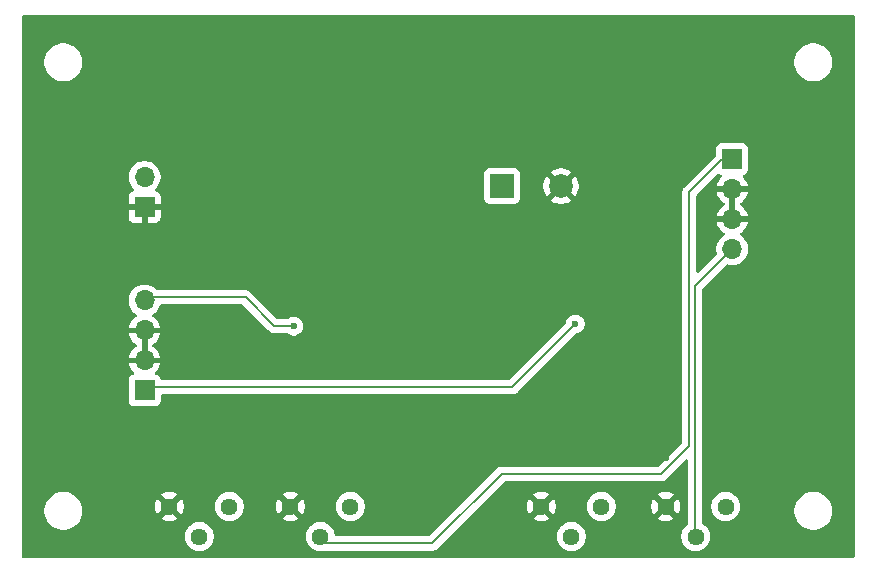
<source format=gbr>
%TF.GenerationSoftware,KiCad,Pcbnew,9.0.0*%
%TF.CreationDate,2025-03-02T16:31:14-06:00*%
%TF.ProjectId,peak-read-amp,7065616b-2d72-4656-9164-2d616d702e6b,rev?*%
%TF.SameCoordinates,Original*%
%TF.FileFunction,Copper,L2,Bot*%
%TF.FilePolarity,Positive*%
%FSLAX46Y46*%
G04 Gerber Fmt 4.6, Leading zero omitted, Abs format (unit mm)*
G04 Created by KiCad (PCBNEW 9.0.0) date 2025-03-02 16:31:14*
%MOMM*%
%LPD*%
G01*
G04 APERTURE LIST*
%TA.AperFunction,ComponentPad*%
%ADD10R,2.000000X2.000000*%
%TD*%
%TA.AperFunction,ComponentPad*%
%ADD11C,2.000000*%
%TD*%
%TA.AperFunction,ComponentPad*%
%ADD12C,1.440000*%
%TD*%
%TA.AperFunction,ComponentPad*%
%ADD13R,1.700000X1.700000*%
%TD*%
%TA.AperFunction,ComponentPad*%
%ADD14O,1.700000X1.700000*%
%TD*%
%TA.AperFunction,ViaPad*%
%ADD15C,0.600000*%
%TD*%
%TA.AperFunction,Conductor*%
%ADD16C,0.200000*%
%TD*%
G04 APERTURE END LIST*
D10*
%TO.P,C2,1*%
%TO.N,+8V*%
X116132323Y-112000000D03*
D11*
%TO.P,C2,2*%
%TO.N,GND*%
X121132323Y-112000000D03*
%TD*%
D12*
%TO.P,RV1,1,1*%
%TO.N,Net-(R4-Pad2)*%
X124550000Y-139125000D03*
%TO.P,RV1,2,2*%
X122010000Y-141665000D03*
%TO.P,RV1,3,3*%
%TO.N,GND*%
X119470000Y-139125000D03*
%TD*%
%TO.P,RV2,1,1*%
%TO.N,Net-(R6-Pad1)*%
X135080000Y-139125000D03*
%TO.P,RV2,2,2*%
%TO.N,Net-(J3-Pin_4)*%
X132540000Y-141665000D03*
%TO.P,RV2,3,3*%
%TO.N,GND*%
X130000000Y-139125000D03*
%TD*%
%TO.P,RV3,1,1*%
%TO.N,Net-(R9-Pad2)*%
X93050000Y-139125000D03*
%TO.P,RV3,2,2*%
X90510000Y-141665000D03*
%TO.P,RV3,3,3*%
%TO.N,GND*%
X87970000Y-139125000D03*
%TD*%
%TO.P,RV4,1,1*%
%TO.N,Net-(R12-Pad1)*%
X103300000Y-139125000D03*
%TO.P,RV4,2,2*%
%TO.N,Net-(J3-Pin_1)*%
X100760000Y-141665000D03*
%TO.P,RV4,3,3*%
%TO.N,GND*%
X98220000Y-139125000D03*
%TD*%
D13*
%TO.P,J1,1,Pin_1*%
%TO.N,GND*%
X85875000Y-113775000D03*
D14*
%TO.P,J1,2,Pin_2*%
%TO.N,Net-(D7-A)*%
X85875000Y-111235000D03*
%TD*%
D13*
%TO.P,J3,1,Pin_1*%
%TO.N,Net-(J3-Pin_1)*%
X135625000Y-109700000D03*
D14*
%TO.P,J3,2,Pin_2*%
%TO.N,GND*%
X135625000Y-112240000D03*
%TO.P,J3,3,Pin_3*%
X135625000Y-114780000D03*
%TO.P,J3,4,Pin_4*%
%TO.N,Net-(J3-Pin_4)*%
X135625000Y-117320000D03*
%TD*%
D13*
%TO.P,J2,1,Pin_1*%
%TO.N,Net-(J2-Pin_1)*%
X85875000Y-129300000D03*
D14*
%TO.P,J2,2,Pin_2*%
%TO.N,GND*%
X85875000Y-126760000D03*
%TO.P,J2,3,Pin_3*%
X85875000Y-124220000D03*
%TO.P,J2,4,Pin_4*%
%TO.N,Net-(J2-Pin_4)*%
X85875000Y-121680000D03*
%TD*%
D15*
%TO.N,Net-(J2-Pin_1)*%
X122340000Y-123670000D03*
%TO.N,GND*%
X116250000Y-117500000D03*
X107250000Y-117500000D03*
X79000000Y-134500000D03*
X97250000Y-117250000D03*
X142500000Y-134000000D03*
X97700000Y-110397500D03*
X122260000Y-122250000D03*
X120000000Y-103500000D03*
X122250000Y-117500000D03*
X103250000Y-131750000D03*
X107000000Y-135000000D03*
X129750000Y-119250000D03*
X98500000Y-122500000D03*
X130000000Y-131000000D03*
X79000000Y-118000000D03*
X137000000Y-103000000D03*
X130000000Y-135000000D03*
X115000000Y-131000000D03*
X85000000Y-103000000D03*
X101750000Y-103500000D03*
X142500000Y-123380000D03*
%TO.N,Net-(J2-Pin_4)*%
X98500000Y-123850000D03*
%TD*%
D16*
%TO.N,Net-(J2-Pin_1)*%
X117000000Y-129040000D02*
X86250000Y-129040000D01*
X117000000Y-129010000D02*
X117000000Y-129040000D01*
X122340000Y-123670000D02*
X117000000Y-129010000D01*
%TO.N,Net-(J2-Pin_4)*%
X98500000Y-123850000D02*
X96850000Y-123850000D01*
X94420000Y-121420000D02*
X86250000Y-121420000D01*
X96850000Y-123850000D02*
X94420000Y-121420000D01*
%TO.N,Net-(J3-Pin_4)*%
X135625000Y-117320000D02*
X132500000Y-120445000D01*
X132500000Y-120445000D02*
X132500000Y-141625000D01*
X132500000Y-141625000D02*
X132540000Y-141665000D01*
%TO.N,Net-(J3-Pin_1)*%
X129620000Y-136380000D02*
X132000000Y-134000000D01*
X116120000Y-136380000D02*
X129620000Y-136380000D01*
X110250000Y-142250000D02*
X116120000Y-136380000D01*
X132000000Y-112500000D02*
X134800000Y-109700000D01*
X132000000Y-134000000D02*
X132000000Y-112500000D01*
X134800000Y-109700000D02*
X135625000Y-109700000D01*
X101345000Y-142250000D02*
X110250000Y-142250000D01*
X100760000Y-141665000D02*
X101345000Y-142250000D01*
%TD*%
%TA.AperFunction,Conductor*%
%TO.N,GND*%
G36*
X134486351Y-110965396D02*
G01*
X134492516Y-110967886D01*
X134505760Y-110973652D01*
X134532669Y-110993796D01*
X134667517Y-111044091D01*
X134667555Y-111044095D01*
X134670764Y-111045492D01*
X134695121Y-111065851D01*
X134720531Y-111084873D01*
X134721732Y-111088095D01*
X134724373Y-111090302D01*
X134733855Y-111120596D01*
X134744949Y-111150337D01*
X134744217Y-111153699D01*
X134745245Y-111156981D01*
X134736846Y-111187585D01*
X134730098Y-111218610D01*
X134727311Y-111222332D01*
X134726755Y-111224360D01*
X134723821Y-111226994D01*
X134708947Y-111246865D01*
X134595271Y-111360541D01*
X134470379Y-111532442D01*
X134373904Y-111721782D01*
X134308242Y-111923870D01*
X134308242Y-111923873D01*
X134297769Y-111990000D01*
X135191988Y-111990000D01*
X135159075Y-112047007D01*
X135125000Y-112174174D01*
X135125000Y-112305826D01*
X135159075Y-112432993D01*
X135191988Y-112490000D01*
X134297769Y-112490000D01*
X134308242Y-112556126D01*
X134308242Y-112556129D01*
X134373904Y-112758217D01*
X134470379Y-112947557D01*
X134595272Y-113119459D01*
X134595276Y-113119464D01*
X134745535Y-113269723D01*
X134745540Y-113269727D01*
X134917444Y-113394622D01*
X134927048Y-113399516D01*
X134977844Y-113447491D01*
X134994638Y-113515312D01*
X134972100Y-113581447D01*
X134927048Y-113620484D01*
X134917444Y-113625377D01*
X134745540Y-113750272D01*
X134745535Y-113750276D01*
X134595276Y-113900535D01*
X134595272Y-113900540D01*
X134470379Y-114072442D01*
X134373904Y-114261782D01*
X134308242Y-114463870D01*
X134308242Y-114463873D01*
X134297769Y-114530000D01*
X135191988Y-114530000D01*
X135159075Y-114587007D01*
X135125000Y-114714174D01*
X135125000Y-114845826D01*
X135159075Y-114972993D01*
X135191988Y-115030000D01*
X134297769Y-115030000D01*
X134308242Y-115096126D01*
X134308242Y-115096129D01*
X134373904Y-115298217D01*
X134470379Y-115487557D01*
X134595272Y-115659459D01*
X134595276Y-115659464D01*
X134745535Y-115809723D01*
X134745540Y-115809727D01*
X134917444Y-115934622D01*
X134926495Y-115939234D01*
X134977292Y-115987208D01*
X134994087Y-116055029D01*
X134971550Y-116121164D01*
X134926499Y-116160202D01*
X134917182Y-116164949D01*
X134745213Y-116289890D01*
X134594890Y-116440213D01*
X134469951Y-116612179D01*
X134373444Y-116801585D01*
X134307753Y-117003760D01*
X134274500Y-117213713D01*
X134274500Y-117426286D01*
X134307754Y-117636244D01*
X134307754Y-117636247D01*
X134321491Y-117678523D01*
X134323486Y-117748364D01*
X134291241Y-117804522D01*
X132812181Y-119283583D01*
X132750858Y-119317068D01*
X132681166Y-119312084D01*
X132625233Y-119270212D01*
X132600816Y-119204748D01*
X132600500Y-119195902D01*
X132600500Y-112800096D01*
X132620185Y-112733057D01*
X132636814Y-112712420D01*
X134355338Y-110993895D01*
X134416659Y-110960412D01*
X134486351Y-110965396D01*
G37*
%TD.AperFunction*%
%TA.AperFunction,Conductor*%
G36*
X135875000Y-114346988D02*
G01*
X135817993Y-114314075D01*
X135690826Y-114280000D01*
X135559174Y-114280000D01*
X135432007Y-114314075D01*
X135375000Y-114346988D01*
X135375000Y-112673012D01*
X135432007Y-112705925D01*
X135559174Y-112740000D01*
X135690826Y-112740000D01*
X135817993Y-112705925D01*
X135875000Y-112673012D01*
X135875000Y-114346988D01*
G37*
%TD.AperFunction*%
%TA.AperFunction,Conductor*%
G36*
X86125000Y-126326988D02*
G01*
X86067993Y-126294075D01*
X85940826Y-126260000D01*
X85809174Y-126260000D01*
X85682007Y-126294075D01*
X85625000Y-126326988D01*
X85625000Y-124653012D01*
X85682007Y-124685925D01*
X85809174Y-124720000D01*
X85940826Y-124720000D01*
X86067993Y-124685925D01*
X86125000Y-124653012D01*
X86125000Y-126326988D01*
G37*
%TD.AperFunction*%
%TA.AperFunction,Conductor*%
G36*
X145942539Y-97520185D02*
G01*
X145988294Y-97572989D01*
X145999500Y-97624500D01*
X145999500Y-143375500D01*
X145979815Y-143442539D01*
X145927011Y-143488294D01*
X145875500Y-143499500D01*
X75624500Y-143499500D01*
X75557461Y-143479815D01*
X75511706Y-143427011D01*
X75500500Y-143375500D01*
X75500500Y-141568945D01*
X89289500Y-141568945D01*
X89289500Y-141761054D01*
X89319553Y-141950802D01*
X89378916Y-142133506D01*
X89378918Y-142133509D01*
X89466135Y-142304681D01*
X89579055Y-142460102D01*
X89714898Y-142595945D01*
X89870319Y-142708865D01*
X90041491Y-142796082D01*
X90041493Y-142796083D01*
X90116359Y-142820408D01*
X90224199Y-142855447D01*
X90413945Y-142885500D01*
X90413946Y-142885500D01*
X90606054Y-142885500D01*
X90606055Y-142885500D01*
X90795801Y-142855447D01*
X90978509Y-142796082D01*
X91149681Y-142708865D01*
X91305102Y-142595945D01*
X91440945Y-142460102D01*
X91553865Y-142304681D01*
X91641082Y-142133509D01*
X91700447Y-141950801D01*
X91730500Y-141761055D01*
X91730500Y-141568945D01*
X99539500Y-141568945D01*
X99539500Y-141761054D01*
X99569553Y-141950802D01*
X99628916Y-142133506D01*
X99628918Y-142133509D01*
X99716135Y-142304681D01*
X99829055Y-142460102D01*
X99964898Y-142595945D01*
X100120319Y-142708865D01*
X100291491Y-142796082D01*
X100291493Y-142796083D01*
X100366359Y-142820408D01*
X100474199Y-142855447D01*
X100663945Y-142885500D01*
X100663946Y-142885500D01*
X100856054Y-142885500D01*
X100856055Y-142885500D01*
X101045801Y-142855447D01*
X101118707Y-142831757D01*
X101188544Y-142829762D01*
X101189117Y-142829915D01*
X101265943Y-142850501D01*
X101265944Y-142850501D01*
X101431653Y-142850501D01*
X101431669Y-142850500D01*
X110163331Y-142850500D01*
X110163347Y-142850501D01*
X110170943Y-142850501D01*
X110329054Y-142850501D01*
X110329057Y-142850501D01*
X110481785Y-142809577D01*
X110531904Y-142780639D01*
X110618716Y-142730520D01*
X110730520Y-142618716D01*
X110730520Y-142618714D01*
X110740728Y-142608507D01*
X110740729Y-142608504D01*
X111780289Y-141568945D01*
X120789500Y-141568945D01*
X120789500Y-141761054D01*
X120819553Y-141950802D01*
X120878916Y-142133506D01*
X120878918Y-142133509D01*
X120966135Y-142304681D01*
X121079055Y-142460102D01*
X121214898Y-142595945D01*
X121370319Y-142708865D01*
X121541491Y-142796082D01*
X121541493Y-142796083D01*
X121616359Y-142820408D01*
X121724199Y-142855447D01*
X121913945Y-142885500D01*
X121913946Y-142885500D01*
X122106054Y-142885500D01*
X122106055Y-142885500D01*
X122295801Y-142855447D01*
X122478509Y-142796082D01*
X122649681Y-142708865D01*
X122805102Y-142595945D01*
X122940945Y-142460102D01*
X123053865Y-142304681D01*
X123141082Y-142133509D01*
X123200447Y-141950801D01*
X123230500Y-141761055D01*
X123230500Y-141568945D01*
X123200447Y-141379199D01*
X123141082Y-141196491D01*
X123053865Y-141025319D01*
X122940945Y-140869898D01*
X122805102Y-140734055D01*
X122649681Y-140621135D01*
X122570500Y-140580790D01*
X122478506Y-140533916D01*
X122295802Y-140474553D01*
X122200928Y-140459526D01*
X122106055Y-140444500D01*
X121913945Y-140444500D01*
X121850696Y-140454517D01*
X121724197Y-140474553D01*
X121541493Y-140533916D01*
X121370318Y-140621135D01*
X121318385Y-140658867D01*
X121214898Y-140734055D01*
X121214896Y-140734057D01*
X121214895Y-140734057D01*
X121079057Y-140869895D01*
X121079057Y-140869896D01*
X121079055Y-140869898D01*
X121030560Y-140936645D01*
X120966135Y-141025318D01*
X120878916Y-141196493D01*
X120819553Y-141379197D01*
X120789500Y-141568945D01*
X111780289Y-141568945D01*
X114320251Y-139028984D01*
X118250000Y-139028984D01*
X118250000Y-139221015D01*
X118280040Y-139410684D01*
X118339383Y-139593321D01*
X118426561Y-139764415D01*
X118447798Y-139793646D01*
X119070000Y-139171445D01*
X119070000Y-139177661D01*
X119097259Y-139279394D01*
X119149920Y-139370606D01*
X119224394Y-139445080D01*
X119315606Y-139497741D01*
X119417339Y-139525000D01*
X119423554Y-139525000D01*
X118801351Y-140147200D01*
X118801352Y-140147201D01*
X118830577Y-140168434D01*
X119001678Y-140255616D01*
X119184315Y-140314959D01*
X119373985Y-140345000D01*
X119566015Y-140345000D01*
X119755684Y-140314959D01*
X119938321Y-140255616D01*
X120109419Y-140168436D01*
X120138646Y-140147201D01*
X120138646Y-140147200D01*
X119516447Y-139525000D01*
X119522661Y-139525000D01*
X119624394Y-139497741D01*
X119715606Y-139445080D01*
X119790080Y-139370606D01*
X119842741Y-139279394D01*
X119870000Y-139177661D01*
X119870000Y-139171446D01*
X120492200Y-139793646D01*
X120492201Y-139793646D01*
X120513436Y-139764419D01*
X120600616Y-139593321D01*
X120659959Y-139410684D01*
X120690000Y-139221015D01*
X120690000Y-139028984D01*
X120689994Y-139028945D01*
X123329500Y-139028945D01*
X123329500Y-139221054D01*
X123359553Y-139410802D01*
X123418916Y-139593506D01*
X123505999Y-139764415D01*
X123506135Y-139764681D01*
X123619055Y-139920102D01*
X123754898Y-140055945D01*
X123910319Y-140168865D01*
X124080576Y-140255616D01*
X124081493Y-140256083D01*
X124172845Y-140285764D01*
X124264199Y-140315447D01*
X124453945Y-140345500D01*
X124453946Y-140345500D01*
X124646054Y-140345500D01*
X124646055Y-140345500D01*
X124835801Y-140315447D01*
X125018509Y-140256082D01*
X125189681Y-140168865D01*
X125345102Y-140055945D01*
X125480945Y-139920102D01*
X125593865Y-139764681D01*
X125681082Y-139593509D01*
X125740447Y-139410801D01*
X125770500Y-139221055D01*
X125770500Y-139028984D01*
X128780000Y-139028984D01*
X128780000Y-139221015D01*
X128810040Y-139410684D01*
X128869383Y-139593321D01*
X128956561Y-139764415D01*
X128977798Y-139793646D01*
X129600000Y-139171445D01*
X129600000Y-139177661D01*
X129627259Y-139279394D01*
X129679920Y-139370606D01*
X129754394Y-139445080D01*
X129845606Y-139497741D01*
X129947339Y-139525000D01*
X129953554Y-139525000D01*
X129331351Y-140147200D01*
X129331352Y-140147201D01*
X129360577Y-140168434D01*
X129531678Y-140255616D01*
X129714315Y-140314959D01*
X129903985Y-140345000D01*
X130096015Y-140345000D01*
X130285684Y-140314959D01*
X130468321Y-140255616D01*
X130639419Y-140168436D01*
X130668646Y-140147201D01*
X130668646Y-140147200D01*
X130046447Y-139525000D01*
X130052661Y-139525000D01*
X130154394Y-139497741D01*
X130245606Y-139445080D01*
X130320080Y-139370606D01*
X130372741Y-139279394D01*
X130400000Y-139177661D01*
X130400000Y-139171446D01*
X131022200Y-139793646D01*
X131022201Y-139793646D01*
X131043436Y-139764419D01*
X131130616Y-139593321D01*
X131189959Y-139410684D01*
X131220000Y-139221015D01*
X131220000Y-139028984D01*
X131189959Y-138839315D01*
X131130616Y-138656678D01*
X131043434Y-138485577D01*
X131022201Y-138456352D01*
X131022200Y-138456351D01*
X130400000Y-139078552D01*
X130400000Y-139072339D01*
X130372741Y-138970606D01*
X130320080Y-138879394D01*
X130245606Y-138804920D01*
X130154394Y-138752259D01*
X130052661Y-138725000D01*
X130046447Y-138725000D01*
X130668646Y-138102798D01*
X130639415Y-138081561D01*
X130468321Y-137994383D01*
X130285684Y-137935040D01*
X130096015Y-137905000D01*
X129903985Y-137905000D01*
X129714315Y-137935040D01*
X129531678Y-137994383D01*
X129360578Y-138081564D01*
X129331352Y-138102798D01*
X129331351Y-138102798D01*
X129953554Y-138725000D01*
X129947339Y-138725000D01*
X129845606Y-138752259D01*
X129754394Y-138804920D01*
X129679920Y-138879394D01*
X129627259Y-138970606D01*
X129600000Y-139072339D01*
X129600000Y-139078553D01*
X128977798Y-138456351D01*
X128977798Y-138456352D01*
X128956564Y-138485578D01*
X128869383Y-138656678D01*
X128810040Y-138839315D01*
X128780000Y-139028984D01*
X125770500Y-139028984D01*
X125770500Y-139028945D01*
X125740447Y-138839199D01*
X125703342Y-138725000D01*
X125681083Y-138656493D01*
X125681082Y-138656491D01*
X125593865Y-138485319D01*
X125480945Y-138329898D01*
X125345102Y-138194055D01*
X125189681Y-138081135D01*
X125063337Y-138016759D01*
X125018506Y-137993916D01*
X124835802Y-137934553D01*
X124740928Y-137919526D01*
X124646055Y-137904500D01*
X124453945Y-137904500D01*
X124390696Y-137914517D01*
X124264197Y-137934553D01*
X124081493Y-137993916D01*
X123910318Y-138081135D01*
X123880502Y-138102798D01*
X123754898Y-138194055D01*
X123754896Y-138194057D01*
X123754895Y-138194057D01*
X123619057Y-138329895D01*
X123619057Y-138329896D01*
X123619055Y-138329898D01*
X123570560Y-138396645D01*
X123506135Y-138485318D01*
X123418916Y-138656493D01*
X123359553Y-138839197D01*
X123329500Y-139028945D01*
X120689994Y-139028945D01*
X120659959Y-138839315D01*
X120600616Y-138656678D01*
X120513434Y-138485577D01*
X120492201Y-138456352D01*
X120492200Y-138456351D01*
X119870000Y-139078552D01*
X119870000Y-139072339D01*
X119842741Y-138970606D01*
X119790080Y-138879394D01*
X119715606Y-138804920D01*
X119624394Y-138752259D01*
X119522661Y-138725000D01*
X119516447Y-138725000D01*
X120138646Y-138102798D01*
X120109415Y-138081561D01*
X119938321Y-137994383D01*
X119755684Y-137935040D01*
X119566015Y-137905000D01*
X119373985Y-137905000D01*
X119184315Y-137935040D01*
X119001678Y-137994383D01*
X118830578Y-138081564D01*
X118801352Y-138102798D01*
X118801351Y-138102798D01*
X119423554Y-138725000D01*
X119417339Y-138725000D01*
X119315606Y-138752259D01*
X119224394Y-138804920D01*
X119149920Y-138879394D01*
X119097259Y-138970606D01*
X119070000Y-139072339D01*
X119070000Y-139078553D01*
X118447798Y-138456351D01*
X118447798Y-138456352D01*
X118426564Y-138485578D01*
X118339383Y-138656678D01*
X118280040Y-138839315D01*
X118250000Y-139028984D01*
X114320251Y-139028984D01*
X116332417Y-137016819D01*
X116393740Y-136983334D01*
X116420098Y-136980500D01*
X129533331Y-136980500D01*
X129533347Y-136980501D01*
X129540943Y-136980501D01*
X129699054Y-136980501D01*
X129699057Y-136980501D01*
X129851785Y-136939577D01*
X129901904Y-136910639D01*
X129988716Y-136860520D01*
X130100520Y-136748716D01*
X130100520Y-136748714D01*
X130110728Y-136738507D01*
X130110729Y-136738504D01*
X131687820Y-135161413D01*
X131749142Y-135127930D01*
X131818834Y-135132914D01*
X131874767Y-135174786D01*
X131899184Y-135240250D01*
X131899500Y-135249096D01*
X131899500Y-140558549D01*
X131879815Y-140625588D01*
X131848387Y-140658865D01*
X131773018Y-140713624D01*
X131744895Y-140734057D01*
X131609057Y-140869895D01*
X131609057Y-140869896D01*
X131609055Y-140869898D01*
X131560560Y-140936645D01*
X131496135Y-141025318D01*
X131408916Y-141196493D01*
X131349553Y-141379197D01*
X131319500Y-141568945D01*
X131319500Y-141761054D01*
X131349553Y-141950802D01*
X131408916Y-142133506D01*
X131408918Y-142133509D01*
X131496135Y-142304681D01*
X131609055Y-142460102D01*
X131744898Y-142595945D01*
X131900319Y-142708865D01*
X132071491Y-142796082D01*
X132071493Y-142796083D01*
X132146359Y-142820408D01*
X132254199Y-142855447D01*
X132443945Y-142885500D01*
X132443946Y-142885500D01*
X132636054Y-142885500D01*
X132636055Y-142885500D01*
X132825801Y-142855447D01*
X133008509Y-142796082D01*
X133179681Y-142708865D01*
X133335102Y-142595945D01*
X133470945Y-142460102D01*
X133583865Y-142304681D01*
X133671082Y-142133509D01*
X133730447Y-141950801D01*
X133760500Y-141761055D01*
X133760500Y-141568945D01*
X133730447Y-141379199D01*
X133671082Y-141196491D01*
X133583865Y-141025319D01*
X133470945Y-140869898D01*
X133335102Y-140734055D01*
X133179681Y-140621135D01*
X133179679Y-140621134D01*
X133179675Y-140621131D01*
X133168201Y-140615284D01*
X133117407Y-140567308D01*
X133100500Y-140504802D01*
X133100500Y-139028945D01*
X133859500Y-139028945D01*
X133859500Y-139221054D01*
X133889553Y-139410802D01*
X133948916Y-139593506D01*
X134035999Y-139764415D01*
X134036135Y-139764681D01*
X134149055Y-139920102D01*
X134284898Y-140055945D01*
X134440319Y-140168865D01*
X134610576Y-140255616D01*
X134611493Y-140256083D01*
X134702845Y-140285764D01*
X134794199Y-140315447D01*
X134983945Y-140345500D01*
X134983946Y-140345500D01*
X135176054Y-140345500D01*
X135176055Y-140345500D01*
X135365801Y-140315447D01*
X135548509Y-140256082D01*
X135719681Y-140168865D01*
X135875102Y-140055945D01*
X136010945Y-139920102D01*
X136123865Y-139764681D01*
X136211082Y-139593509D01*
X136270447Y-139410801D01*
X136276270Y-139374038D01*
X140899500Y-139374038D01*
X140899500Y-139625961D01*
X140938910Y-139874785D01*
X141016760Y-140114383D01*
X141088723Y-140255616D01*
X141118959Y-140314959D01*
X141131132Y-140338848D01*
X141279201Y-140542649D01*
X141279205Y-140542654D01*
X141457345Y-140720794D01*
X141457350Y-140720798D01*
X141475600Y-140734057D01*
X141661155Y-140868870D01*
X141804184Y-140941747D01*
X141885616Y-140983239D01*
X141885618Y-140983239D01*
X141885621Y-140983241D01*
X142125215Y-141061090D01*
X142374038Y-141100500D01*
X142374039Y-141100500D01*
X142625961Y-141100500D01*
X142625962Y-141100500D01*
X142874785Y-141061090D01*
X143114379Y-140983241D01*
X143338845Y-140868870D01*
X143542656Y-140720793D01*
X143720793Y-140542656D01*
X143868870Y-140338845D01*
X143983241Y-140114379D01*
X144061090Y-139874785D01*
X144100500Y-139625962D01*
X144100500Y-139374038D01*
X144061090Y-139125215D01*
X143983241Y-138885621D01*
X143983239Y-138885618D01*
X143983239Y-138885616D01*
X143925066Y-138771446D01*
X143868870Y-138661155D01*
X143849952Y-138635117D01*
X143720798Y-138457350D01*
X143720794Y-138457345D01*
X143542654Y-138279205D01*
X143542649Y-138279201D01*
X143338848Y-138131132D01*
X143338847Y-138131131D01*
X143338845Y-138131130D01*
X143241566Y-138081564D01*
X143114383Y-138016760D01*
X142874785Y-137938910D01*
X142660687Y-137905000D01*
X142625962Y-137899500D01*
X142374038Y-137899500D01*
X142339313Y-137905000D01*
X142125214Y-137938910D01*
X141885616Y-138016760D01*
X141661151Y-138131132D01*
X141457350Y-138279201D01*
X141457345Y-138279205D01*
X141279205Y-138457345D01*
X141279201Y-138457350D01*
X141131132Y-138661151D01*
X141016760Y-138885616D01*
X140938910Y-139125214D01*
X140899500Y-139374038D01*
X136276270Y-139374038D01*
X136300500Y-139221055D01*
X136300500Y-139028945D01*
X136270447Y-138839199D01*
X136233342Y-138725000D01*
X136211083Y-138656493D01*
X136211082Y-138656491D01*
X136123865Y-138485319D01*
X136010945Y-138329898D01*
X135875102Y-138194055D01*
X135719681Y-138081135D01*
X135593337Y-138016759D01*
X135548506Y-137993916D01*
X135365802Y-137934553D01*
X135270928Y-137919526D01*
X135176055Y-137904500D01*
X134983945Y-137904500D01*
X134920696Y-137914517D01*
X134794197Y-137934553D01*
X134611493Y-137993916D01*
X134440318Y-138081135D01*
X134410502Y-138102798D01*
X134284898Y-138194055D01*
X134284896Y-138194057D01*
X134284895Y-138194057D01*
X134149057Y-138329895D01*
X134149057Y-138329896D01*
X134149055Y-138329898D01*
X134100560Y-138396645D01*
X134036135Y-138485318D01*
X133948916Y-138656493D01*
X133889553Y-138839197D01*
X133859500Y-139028945D01*
X133100500Y-139028945D01*
X133100500Y-120745096D01*
X133120185Y-120678057D01*
X133136814Y-120657420D01*
X135140478Y-118653755D01*
X135201799Y-118620272D01*
X135266473Y-118623506D01*
X135308757Y-118637246D01*
X135518713Y-118670500D01*
X135518714Y-118670500D01*
X135731286Y-118670500D01*
X135731287Y-118670500D01*
X135941243Y-118637246D01*
X136143412Y-118571557D01*
X136332816Y-118475051D01*
X136354789Y-118459086D01*
X136504786Y-118350109D01*
X136504788Y-118350106D01*
X136504792Y-118350104D01*
X136655104Y-118199792D01*
X136655106Y-118199788D01*
X136655109Y-118199786D01*
X136780048Y-118027820D01*
X136780047Y-118027820D01*
X136780051Y-118027816D01*
X136876557Y-117838412D01*
X136942246Y-117636243D01*
X136975500Y-117426287D01*
X136975500Y-117213713D01*
X136942246Y-117003757D01*
X136876557Y-116801588D01*
X136780051Y-116612184D01*
X136780049Y-116612181D01*
X136780048Y-116612179D01*
X136655109Y-116440213D01*
X136504786Y-116289890D01*
X136332817Y-116164949D01*
X136323504Y-116160204D01*
X136272707Y-116112230D01*
X136255912Y-116044409D01*
X136278449Y-115978274D01*
X136323507Y-115939232D01*
X136332558Y-115934620D01*
X136504459Y-115809727D01*
X136504464Y-115809723D01*
X136654723Y-115659464D01*
X136654727Y-115659459D01*
X136779620Y-115487557D01*
X136876095Y-115298217D01*
X136941757Y-115096129D01*
X136941757Y-115096126D01*
X136952231Y-115030000D01*
X136058012Y-115030000D01*
X136090925Y-114972993D01*
X136125000Y-114845826D01*
X136125000Y-114714174D01*
X136090925Y-114587007D01*
X136058012Y-114530000D01*
X136952231Y-114530000D01*
X136941757Y-114463873D01*
X136941757Y-114463870D01*
X136876095Y-114261782D01*
X136779620Y-114072442D01*
X136654727Y-113900540D01*
X136654723Y-113900535D01*
X136504464Y-113750276D01*
X136504459Y-113750272D01*
X136332558Y-113625379D01*
X136322954Y-113620486D01*
X136272157Y-113572512D01*
X136255361Y-113504692D01*
X136277897Y-113438556D01*
X136322954Y-113399514D01*
X136332558Y-113394620D01*
X136504459Y-113269727D01*
X136504464Y-113269723D01*
X136654723Y-113119464D01*
X136654727Y-113119459D01*
X136779620Y-112947557D01*
X136876095Y-112758217D01*
X136941757Y-112556129D01*
X136941757Y-112556126D01*
X136952231Y-112490000D01*
X136058012Y-112490000D01*
X136090925Y-112432993D01*
X136125000Y-112305826D01*
X136125000Y-112174174D01*
X136090925Y-112047007D01*
X136058012Y-111990000D01*
X136952231Y-111990000D01*
X136941757Y-111923873D01*
X136941757Y-111923870D01*
X136876095Y-111721782D01*
X136779620Y-111532442D01*
X136654727Y-111360540D01*
X136654723Y-111360535D01*
X136541053Y-111246865D01*
X136507568Y-111185542D01*
X136512552Y-111115850D01*
X136554424Y-111059917D01*
X136585400Y-111043002D01*
X136674847Y-111009641D01*
X136717326Y-110993798D01*
X136717326Y-110993797D01*
X136717331Y-110993796D01*
X136832546Y-110907546D01*
X136918796Y-110792331D01*
X136969091Y-110657483D01*
X136975500Y-110597873D01*
X136975499Y-108802128D01*
X136969091Y-108742517D01*
X136918796Y-108607669D01*
X136918795Y-108607668D01*
X136918793Y-108607664D01*
X136832547Y-108492455D01*
X136832544Y-108492452D01*
X136717335Y-108406206D01*
X136717328Y-108406202D01*
X136582482Y-108355908D01*
X136582483Y-108355908D01*
X136522883Y-108349501D01*
X136522881Y-108349500D01*
X136522873Y-108349500D01*
X136522864Y-108349500D01*
X134727129Y-108349500D01*
X134727123Y-108349501D01*
X134667516Y-108355908D01*
X134532671Y-108406202D01*
X134532664Y-108406206D01*
X134417455Y-108492452D01*
X134417452Y-108492455D01*
X134331206Y-108607664D01*
X134331202Y-108607671D01*
X134280908Y-108742517D01*
X134274501Y-108802116D01*
X134274501Y-108802123D01*
X134274500Y-108802135D01*
X134274500Y-109324902D01*
X134254815Y-109391941D01*
X134238181Y-109412583D01*
X131519481Y-112131282D01*
X131519477Y-112131287D01*
X131481510Y-112197050D01*
X131440424Y-112268211D01*
X131440423Y-112268212D01*
X131418174Y-112351247D01*
X131399499Y-112420943D01*
X131399499Y-112420945D01*
X131399499Y-112589046D01*
X131399500Y-112589059D01*
X131399500Y-133699903D01*
X131379815Y-133766942D01*
X131363181Y-133787584D01*
X129407584Y-135743181D01*
X129346261Y-135776666D01*
X129319903Y-135779500D01*
X116206670Y-135779500D01*
X116206654Y-135779499D01*
X116199058Y-135779499D01*
X116040943Y-135779499D01*
X115964579Y-135799961D01*
X115888214Y-135820423D01*
X115888209Y-135820426D01*
X115751290Y-135899475D01*
X115751282Y-135899481D01*
X110037584Y-141613181D01*
X109976261Y-141646666D01*
X109949903Y-141649500D01*
X102099164Y-141649500D01*
X102032125Y-141629815D01*
X101986370Y-141577011D01*
X101976691Y-141544898D01*
X101950447Y-141379199D01*
X101891082Y-141196491D01*
X101803865Y-141025319D01*
X101690945Y-140869898D01*
X101555102Y-140734055D01*
X101399681Y-140621135D01*
X101320500Y-140580790D01*
X101228506Y-140533916D01*
X101045802Y-140474553D01*
X100950928Y-140459526D01*
X100856055Y-140444500D01*
X100663945Y-140444500D01*
X100600696Y-140454517D01*
X100474197Y-140474553D01*
X100291493Y-140533916D01*
X100120318Y-140621135D01*
X100068385Y-140658867D01*
X99964898Y-140734055D01*
X99964896Y-140734057D01*
X99964895Y-140734057D01*
X99829057Y-140869895D01*
X99829057Y-140869896D01*
X99829055Y-140869898D01*
X99780560Y-140936645D01*
X99716135Y-141025318D01*
X99628916Y-141196493D01*
X99569553Y-141379197D01*
X99539500Y-141568945D01*
X91730500Y-141568945D01*
X91700447Y-141379199D01*
X91641082Y-141196491D01*
X91553865Y-141025319D01*
X91440945Y-140869898D01*
X91305102Y-140734055D01*
X91149681Y-140621135D01*
X91070500Y-140580790D01*
X90978506Y-140533916D01*
X90795802Y-140474553D01*
X90700928Y-140459526D01*
X90606055Y-140444500D01*
X90413945Y-140444500D01*
X90350696Y-140454517D01*
X90224197Y-140474553D01*
X90041493Y-140533916D01*
X89870318Y-140621135D01*
X89818385Y-140658867D01*
X89714898Y-140734055D01*
X89714896Y-140734057D01*
X89714895Y-140734057D01*
X89579057Y-140869895D01*
X89579057Y-140869896D01*
X89579055Y-140869898D01*
X89530560Y-140936645D01*
X89466135Y-141025318D01*
X89378916Y-141196493D01*
X89319553Y-141379197D01*
X89289500Y-141568945D01*
X75500500Y-141568945D01*
X75500500Y-139374038D01*
X77399500Y-139374038D01*
X77399500Y-139625961D01*
X77438910Y-139874785D01*
X77516760Y-140114383D01*
X77588723Y-140255616D01*
X77618959Y-140314959D01*
X77631132Y-140338848D01*
X77779201Y-140542649D01*
X77779205Y-140542654D01*
X77957345Y-140720794D01*
X77957350Y-140720798D01*
X77975600Y-140734057D01*
X78161155Y-140868870D01*
X78304184Y-140941747D01*
X78385616Y-140983239D01*
X78385618Y-140983239D01*
X78385621Y-140983241D01*
X78625215Y-141061090D01*
X78874038Y-141100500D01*
X78874039Y-141100500D01*
X79125961Y-141100500D01*
X79125962Y-141100500D01*
X79374785Y-141061090D01*
X79614379Y-140983241D01*
X79838845Y-140868870D01*
X80042656Y-140720793D01*
X80220793Y-140542656D01*
X80368870Y-140338845D01*
X80483241Y-140114379D01*
X80561090Y-139874785D01*
X80600500Y-139625962D01*
X80600500Y-139374038D01*
X80561090Y-139125215D01*
X80529823Y-139028984D01*
X86750000Y-139028984D01*
X86750000Y-139221015D01*
X86780040Y-139410684D01*
X86839383Y-139593321D01*
X86926561Y-139764415D01*
X86947798Y-139793646D01*
X87570000Y-139171445D01*
X87570000Y-139177661D01*
X87597259Y-139279394D01*
X87649920Y-139370606D01*
X87724394Y-139445080D01*
X87815606Y-139497741D01*
X87917339Y-139525000D01*
X87923554Y-139525000D01*
X87301351Y-140147200D01*
X87301352Y-140147201D01*
X87330577Y-140168434D01*
X87501678Y-140255616D01*
X87684315Y-140314959D01*
X87873985Y-140345000D01*
X88066015Y-140345000D01*
X88255684Y-140314959D01*
X88438321Y-140255616D01*
X88609419Y-140168436D01*
X88638646Y-140147201D01*
X88638646Y-140147200D01*
X88016447Y-139525000D01*
X88022661Y-139525000D01*
X88124394Y-139497741D01*
X88215606Y-139445080D01*
X88290080Y-139370606D01*
X88342741Y-139279394D01*
X88370000Y-139177661D01*
X88370000Y-139171446D01*
X88992200Y-139793646D01*
X88992201Y-139793646D01*
X89013436Y-139764419D01*
X89100616Y-139593321D01*
X89159959Y-139410684D01*
X89190000Y-139221015D01*
X89190000Y-139028984D01*
X89189994Y-139028945D01*
X91829500Y-139028945D01*
X91829500Y-139221054D01*
X91859553Y-139410802D01*
X91918916Y-139593506D01*
X92005999Y-139764415D01*
X92006135Y-139764681D01*
X92119055Y-139920102D01*
X92254898Y-140055945D01*
X92410319Y-140168865D01*
X92580576Y-140255616D01*
X92581493Y-140256083D01*
X92672845Y-140285764D01*
X92764199Y-140315447D01*
X92953945Y-140345500D01*
X92953946Y-140345500D01*
X93146054Y-140345500D01*
X93146055Y-140345500D01*
X93335801Y-140315447D01*
X93518509Y-140256082D01*
X93689681Y-140168865D01*
X93845102Y-140055945D01*
X93980945Y-139920102D01*
X94093865Y-139764681D01*
X94181082Y-139593509D01*
X94240447Y-139410801D01*
X94270500Y-139221055D01*
X94270500Y-139028984D01*
X97000000Y-139028984D01*
X97000000Y-139221015D01*
X97030040Y-139410684D01*
X97089383Y-139593321D01*
X97176561Y-139764415D01*
X97197798Y-139793646D01*
X97820000Y-139171445D01*
X97820000Y-139177661D01*
X97847259Y-139279394D01*
X97899920Y-139370606D01*
X97974394Y-139445080D01*
X98065606Y-139497741D01*
X98167339Y-139525000D01*
X98173554Y-139525000D01*
X97551351Y-140147200D01*
X97551352Y-140147201D01*
X97580577Y-140168434D01*
X97751678Y-140255616D01*
X97934315Y-140314959D01*
X98123985Y-140345000D01*
X98316015Y-140345000D01*
X98505684Y-140314959D01*
X98688321Y-140255616D01*
X98859419Y-140168436D01*
X98888646Y-140147201D01*
X98888646Y-140147200D01*
X98266447Y-139525000D01*
X98272661Y-139525000D01*
X98374394Y-139497741D01*
X98465606Y-139445080D01*
X98540080Y-139370606D01*
X98592741Y-139279394D01*
X98620000Y-139177661D01*
X98620000Y-139171446D01*
X99242200Y-139793646D01*
X99242201Y-139793646D01*
X99263436Y-139764419D01*
X99350616Y-139593321D01*
X99409959Y-139410684D01*
X99440000Y-139221015D01*
X99440000Y-139028984D01*
X99439994Y-139028945D01*
X102079500Y-139028945D01*
X102079500Y-139221054D01*
X102109553Y-139410802D01*
X102168916Y-139593506D01*
X102255999Y-139764415D01*
X102256135Y-139764681D01*
X102369055Y-139920102D01*
X102504898Y-140055945D01*
X102660319Y-140168865D01*
X102830576Y-140255616D01*
X102831493Y-140256083D01*
X102922845Y-140285764D01*
X103014199Y-140315447D01*
X103203945Y-140345500D01*
X103203946Y-140345500D01*
X103396054Y-140345500D01*
X103396055Y-140345500D01*
X103585801Y-140315447D01*
X103768509Y-140256082D01*
X103939681Y-140168865D01*
X104095102Y-140055945D01*
X104230945Y-139920102D01*
X104343865Y-139764681D01*
X104431082Y-139593509D01*
X104490447Y-139410801D01*
X104520500Y-139221055D01*
X104520500Y-139028945D01*
X104490447Y-138839199D01*
X104453342Y-138725000D01*
X104431083Y-138656493D01*
X104431082Y-138656491D01*
X104343865Y-138485319D01*
X104230945Y-138329898D01*
X104095102Y-138194055D01*
X103939681Y-138081135D01*
X103813337Y-138016759D01*
X103768506Y-137993916D01*
X103585802Y-137934553D01*
X103490928Y-137919526D01*
X103396055Y-137904500D01*
X103203945Y-137904500D01*
X103140696Y-137914517D01*
X103014197Y-137934553D01*
X102831493Y-137993916D01*
X102660318Y-138081135D01*
X102630502Y-138102798D01*
X102504898Y-138194055D01*
X102504896Y-138194057D01*
X102504895Y-138194057D01*
X102369057Y-138329895D01*
X102369057Y-138329896D01*
X102369055Y-138329898D01*
X102320560Y-138396645D01*
X102256135Y-138485318D01*
X102168916Y-138656493D01*
X102109553Y-138839197D01*
X102079500Y-139028945D01*
X99439994Y-139028945D01*
X99409959Y-138839315D01*
X99350616Y-138656678D01*
X99263434Y-138485577D01*
X99242201Y-138456352D01*
X99242200Y-138456351D01*
X98620000Y-139078552D01*
X98620000Y-139072339D01*
X98592741Y-138970606D01*
X98540080Y-138879394D01*
X98465606Y-138804920D01*
X98374394Y-138752259D01*
X98272661Y-138725000D01*
X98266447Y-138725000D01*
X98888646Y-138102798D01*
X98859415Y-138081561D01*
X98688321Y-137994383D01*
X98505684Y-137935040D01*
X98316015Y-137905000D01*
X98123985Y-137905000D01*
X97934315Y-137935040D01*
X97751678Y-137994383D01*
X97580578Y-138081564D01*
X97551352Y-138102798D01*
X97551351Y-138102798D01*
X98173554Y-138725000D01*
X98167339Y-138725000D01*
X98065606Y-138752259D01*
X97974394Y-138804920D01*
X97899920Y-138879394D01*
X97847259Y-138970606D01*
X97820000Y-139072339D01*
X97820000Y-139078553D01*
X97197798Y-138456351D01*
X97197798Y-138456352D01*
X97176564Y-138485578D01*
X97089383Y-138656678D01*
X97030040Y-138839315D01*
X97000000Y-139028984D01*
X94270500Y-139028984D01*
X94270500Y-139028945D01*
X94240447Y-138839199D01*
X94203342Y-138725000D01*
X94181083Y-138656493D01*
X94181082Y-138656491D01*
X94093865Y-138485319D01*
X93980945Y-138329898D01*
X93845102Y-138194055D01*
X93689681Y-138081135D01*
X93563337Y-138016759D01*
X93518506Y-137993916D01*
X93335802Y-137934553D01*
X93240928Y-137919526D01*
X93146055Y-137904500D01*
X92953945Y-137904500D01*
X92890696Y-137914517D01*
X92764197Y-137934553D01*
X92581493Y-137993916D01*
X92410318Y-138081135D01*
X92380502Y-138102798D01*
X92254898Y-138194055D01*
X92254896Y-138194057D01*
X92254895Y-138194057D01*
X92119057Y-138329895D01*
X92119057Y-138329896D01*
X92119055Y-138329898D01*
X92070560Y-138396645D01*
X92006135Y-138485318D01*
X91918916Y-138656493D01*
X91859553Y-138839197D01*
X91829500Y-139028945D01*
X89189994Y-139028945D01*
X89159959Y-138839315D01*
X89100616Y-138656678D01*
X89013434Y-138485577D01*
X88992201Y-138456352D01*
X88992200Y-138456351D01*
X88370000Y-139078552D01*
X88370000Y-139072339D01*
X88342741Y-138970606D01*
X88290080Y-138879394D01*
X88215606Y-138804920D01*
X88124394Y-138752259D01*
X88022661Y-138725000D01*
X88016447Y-138725000D01*
X88638646Y-138102798D01*
X88609415Y-138081561D01*
X88438321Y-137994383D01*
X88255684Y-137935040D01*
X88066015Y-137905000D01*
X87873985Y-137905000D01*
X87684315Y-137935040D01*
X87501678Y-137994383D01*
X87330578Y-138081564D01*
X87301352Y-138102798D01*
X87301351Y-138102798D01*
X87923554Y-138725000D01*
X87917339Y-138725000D01*
X87815606Y-138752259D01*
X87724394Y-138804920D01*
X87649920Y-138879394D01*
X87597259Y-138970606D01*
X87570000Y-139072339D01*
X87570000Y-139078553D01*
X86947798Y-138456351D01*
X86947798Y-138456352D01*
X86926564Y-138485578D01*
X86839383Y-138656678D01*
X86780040Y-138839315D01*
X86750000Y-139028984D01*
X80529823Y-139028984D01*
X80483241Y-138885621D01*
X80368870Y-138661155D01*
X80349952Y-138635117D01*
X80220798Y-138457350D01*
X80220794Y-138457345D01*
X80042656Y-138279207D01*
X80002973Y-138250376D01*
X80002971Y-138250373D01*
X79838848Y-138131132D01*
X79838847Y-138131131D01*
X79838845Y-138131130D01*
X79741566Y-138081564D01*
X79614383Y-138016760D01*
X79374785Y-137938910D01*
X79160687Y-137905000D01*
X79125962Y-137899500D01*
X78874038Y-137899500D01*
X78839313Y-137905000D01*
X78625214Y-137938910D01*
X78385616Y-138016760D01*
X78161151Y-138131132D01*
X77957350Y-138279201D01*
X77957345Y-138279205D01*
X77779205Y-138457345D01*
X77779201Y-138457350D01*
X77631132Y-138661151D01*
X77516760Y-138885616D01*
X77438910Y-139125214D01*
X77399500Y-139374038D01*
X75500500Y-139374038D01*
X75500500Y-121573713D01*
X84524500Y-121573713D01*
X84524500Y-121786287D01*
X84557754Y-121996243D01*
X84577436Y-122056819D01*
X84623444Y-122198414D01*
X84719951Y-122387820D01*
X84844890Y-122559786D01*
X84995213Y-122710109D01*
X85167179Y-122835048D01*
X85167181Y-122835049D01*
X85167184Y-122835051D01*
X85176493Y-122839794D01*
X85227290Y-122887766D01*
X85244087Y-122955587D01*
X85221552Y-123021722D01*
X85176502Y-123060762D01*
X85167443Y-123065378D01*
X84995540Y-123190272D01*
X84995535Y-123190276D01*
X84845276Y-123340535D01*
X84845272Y-123340540D01*
X84720379Y-123512442D01*
X84623904Y-123701782D01*
X84558242Y-123903870D01*
X84558242Y-123903873D01*
X84547769Y-123970000D01*
X85441988Y-123970000D01*
X85409075Y-124027007D01*
X85375000Y-124154174D01*
X85375000Y-124285826D01*
X85409075Y-124412993D01*
X85441988Y-124470000D01*
X84547769Y-124470000D01*
X84558242Y-124536126D01*
X84558242Y-124536129D01*
X84623904Y-124738217D01*
X84720379Y-124927557D01*
X84845272Y-125099459D01*
X84845276Y-125099464D01*
X84995535Y-125249723D01*
X84995540Y-125249727D01*
X85167444Y-125374622D01*
X85177048Y-125379516D01*
X85227844Y-125427491D01*
X85244638Y-125495312D01*
X85222100Y-125561447D01*
X85177048Y-125600484D01*
X85167444Y-125605377D01*
X84995540Y-125730272D01*
X84995535Y-125730276D01*
X84845276Y-125880535D01*
X84845272Y-125880540D01*
X84720379Y-126052442D01*
X84623904Y-126241782D01*
X84558242Y-126443870D01*
X84558242Y-126443873D01*
X84547769Y-126510000D01*
X85441988Y-126510000D01*
X85409075Y-126567007D01*
X85375000Y-126694174D01*
X85375000Y-126825826D01*
X85409075Y-126952993D01*
X85441988Y-127010000D01*
X84547769Y-127010000D01*
X84558242Y-127076126D01*
X84558242Y-127076129D01*
X84623904Y-127278217D01*
X84720379Y-127467557D01*
X84845272Y-127639459D01*
X84845276Y-127639464D01*
X84958946Y-127753134D01*
X84992431Y-127814457D01*
X84987447Y-127884149D01*
X84945575Y-127940082D01*
X84914598Y-127956997D01*
X84782671Y-128006202D01*
X84782664Y-128006206D01*
X84667455Y-128092452D01*
X84667452Y-128092455D01*
X84581206Y-128207664D01*
X84581202Y-128207671D01*
X84530908Y-128342517D01*
X84524501Y-128402116D01*
X84524500Y-128402135D01*
X84524500Y-130197870D01*
X84524501Y-130197876D01*
X84530908Y-130257483D01*
X84581202Y-130392328D01*
X84581206Y-130392335D01*
X84667452Y-130507544D01*
X84667455Y-130507547D01*
X84782664Y-130593793D01*
X84782671Y-130593797D01*
X84917517Y-130644091D01*
X84917516Y-130644091D01*
X84924444Y-130644835D01*
X84977127Y-130650500D01*
X86772872Y-130650499D01*
X86832483Y-130644091D01*
X86967331Y-130593796D01*
X87082546Y-130507546D01*
X87168796Y-130392331D01*
X87219091Y-130257483D01*
X87225500Y-130197873D01*
X87225500Y-129764500D01*
X87245185Y-129697461D01*
X87297989Y-129651706D01*
X87349500Y-129640500D01*
X117079055Y-129640500D01*
X117079057Y-129640500D01*
X117231784Y-129599577D01*
X117368716Y-129520520D01*
X117480520Y-129408716D01*
X117513339Y-129351868D01*
X117533042Y-129326191D01*
X122354662Y-124504572D01*
X122415983Y-124471089D01*
X122418150Y-124470638D01*
X122476085Y-124459113D01*
X122573497Y-124439737D01*
X122719179Y-124379394D01*
X122850289Y-124291789D01*
X122961789Y-124180289D01*
X123049394Y-124049179D01*
X123109737Y-123903497D01*
X123140500Y-123748842D01*
X123140500Y-123591158D01*
X123140500Y-123591155D01*
X123140499Y-123591153D01*
X123124842Y-123512442D01*
X123109737Y-123436503D01*
X123069643Y-123339707D01*
X123049397Y-123290827D01*
X123049390Y-123290814D01*
X122961789Y-123159711D01*
X122961786Y-123159707D01*
X122850292Y-123048213D01*
X122850288Y-123048210D01*
X122719185Y-122960609D01*
X122719172Y-122960602D01*
X122573501Y-122900264D01*
X122573489Y-122900261D01*
X122418845Y-122869500D01*
X122418842Y-122869500D01*
X122261158Y-122869500D01*
X122261155Y-122869500D01*
X122106510Y-122900261D01*
X122106498Y-122900264D01*
X121960827Y-122960602D01*
X121960814Y-122960609D01*
X121829711Y-123048210D01*
X121829707Y-123048213D01*
X121718213Y-123159707D01*
X121718210Y-123159711D01*
X121630609Y-123290814D01*
X121630602Y-123290827D01*
X121570264Y-123436498D01*
X121570261Y-123436508D01*
X121539361Y-123591850D01*
X121506976Y-123653761D01*
X121505425Y-123655339D01*
X116757584Y-128403181D01*
X116696261Y-128436666D01*
X116669903Y-128439500D01*
X87340122Y-128439500D01*
X87273083Y-128419815D01*
X87227328Y-128367011D01*
X87219445Y-128344015D01*
X87219091Y-128342521D01*
X87219091Y-128342517D01*
X87168796Y-128207669D01*
X87168795Y-128207668D01*
X87168793Y-128207664D01*
X87082547Y-128092455D01*
X87082544Y-128092452D01*
X86967335Y-128006206D01*
X86967328Y-128006202D01*
X86835401Y-127956997D01*
X86779467Y-127915126D01*
X86755050Y-127849662D01*
X86769902Y-127781389D01*
X86791053Y-127753133D01*
X86904728Y-127639458D01*
X87029620Y-127467557D01*
X87126095Y-127278217D01*
X87191757Y-127076129D01*
X87191757Y-127076126D01*
X87202231Y-127010000D01*
X86308012Y-127010000D01*
X86340925Y-126952993D01*
X86375000Y-126825826D01*
X86375000Y-126694174D01*
X86340925Y-126567007D01*
X86308012Y-126510000D01*
X87202231Y-126510000D01*
X87191757Y-126443873D01*
X87191757Y-126443870D01*
X87126095Y-126241782D01*
X87029620Y-126052442D01*
X86904727Y-125880540D01*
X86904723Y-125880535D01*
X86754464Y-125730276D01*
X86754459Y-125730272D01*
X86582558Y-125605379D01*
X86572954Y-125600486D01*
X86522157Y-125552512D01*
X86505361Y-125484692D01*
X86527897Y-125418556D01*
X86572954Y-125379514D01*
X86582558Y-125374620D01*
X86754459Y-125249727D01*
X86754464Y-125249723D01*
X86904723Y-125099464D01*
X86904727Y-125099459D01*
X87029620Y-124927557D01*
X87126095Y-124738217D01*
X87191757Y-124536129D01*
X87191757Y-124536126D01*
X87202231Y-124470000D01*
X86308012Y-124470000D01*
X86340925Y-124412993D01*
X86375000Y-124285826D01*
X86375000Y-124154174D01*
X86340925Y-124027007D01*
X86308012Y-123970000D01*
X87202231Y-123970000D01*
X87191757Y-123903873D01*
X87191757Y-123903870D01*
X87126095Y-123701782D01*
X87029620Y-123512442D01*
X86904727Y-123340540D01*
X86904723Y-123340535D01*
X86754464Y-123190276D01*
X86754459Y-123190272D01*
X86582555Y-123065377D01*
X86573500Y-123060763D01*
X86522706Y-123012788D01*
X86505912Y-122944966D01*
X86528451Y-122878832D01*
X86573508Y-122839793D01*
X86582816Y-122835051D01*
X86662007Y-122777515D01*
X86754786Y-122710109D01*
X86754788Y-122710106D01*
X86754792Y-122710104D01*
X86905104Y-122559792D01*
X86905106Y-122559788D01*
X86905109Y-122559786D01*
X87030048Y-122387820D01*
X87030047Y-122387820D01*
X87030051Y-122387816D01*
X87126557Y-122198412D01*
X87126558Y-122198409D01*
X87156525Y-122106182D01*
X87195962Y-122048506D01*
X87260321Y-122021308D01*
X87274456Y-122020500D01*
X94119903Y-122020500D01*
X94186942Y-122040185D01*
X94207584Y-122056819D01*
X96365139Y-124214374D01*
X96365149Y-124214385D01*
X96369479Y-124218715D01*
X96369480Y-124218716D01*
X96481284Y-124330520D01*
X96565937Y-124379394D01*
X96565938Y-124379395D01*
X96618209Y-124409574D01*
X96618210Y-124409575D01*
X96618212Y-124409575D01*
X96618215Y-124409577D01*
X96770943Y-124450501D01*
X96770946Y-124450501D01*
X96936653Y-124450501D01*
X96936669Y-124450500D01*
X97920234Y-124450500D01*
X97987273Y-124470185D01*
X97989125Y-124471398D01*
X98120814Y-124559390D01*
X98120827Y-124559397D01*
X98266498Y-124619735D01*
X98266503Y-124619737D01*
X98421153Y-124650499D01*
X98421156Y-124650500D01*
X98421158Y-124650500D01*
X98578844Y-124650500D01*
X98578845Y-124650499D01*
X98733497Y-124619737D01*
X98879179Y-124559394D01*
X99010289Y-124471789D01*
X99121789Y-124360289D01*
X99209394Y-124229179D01*
X99269737Y-124083497D01*
X99300500Y-123928842D01*
X99300500Y-123771158D01*
X99300500Y-123771155D01*
X99300499Y-123771153D01*
X99269738Y-123616510D01*
X99269737Y-123616503D01*
X99269735Y-123616498D01*
X99209397Y-123470827D01*
X99209390Y-123470814D01*
X99121789Y-123339711D01*
X99121786Y-123339707D01*
X99010292Y-123228213D01*
X99010288Y-123228210D01*
X98879185Y-123140609D01*
X98879172Y-123140602D01*
X98733501Y-123080264D01*
X98733489Y-123080261D01*
X98578845Y-123049500D01*
X98578842Y-123049500D01*
X98421158Y-123049500D01*
X98421155Y-123049500D01*
X98266510Y-123080261D01*
X98266498Y-123080264D01*
X98120827Y-123140602D01*
X98120814Y-123140609D01*
X97989125Y-123228602D01*
X97922447Y-123249480D01*
X97920234Y-123249500D01*
X97150097Y-123249500D01*
X97083058Y-123229815D01*
X97062416Y-123213181D01*
X94907590Y-121058355D01*
X94907588Y-121058352D01*
X94788717Y-120939481D01*
X94788716Y-120939480D01*
X94701904Y-120889360D01*
X94701904Y-120889359D01*
X94701900Y-120889358D01*
X94651785Y-120860423D01*
X94499057Y-120819499D01*
X94340943Y-120819499D01*
X94333347Y-120819499D01*
X94333331Y-120819500D01*
X86975759Y-120819500D01*
X86908720Y-120799815D01*
X86888078Y-120783182D01*
X86849992Y-120745096D01*
X86754792Y-120649896D01*
X86754788Y-120649893D01*
X86754784Y-120649889D01*
X86582820Y-120524951D01*
X86393414Y-120428444D01*
X86393413Y-120428443D01*
X86393412Y-120428443D01*
X86191243Y-120362754D01*
X86191241Y-120362753D01*
X86191240Y-120362753D01*
X86029957Y-120337208D01*
X85981287Y-120329500D01*
X85768713Y-120329500D01*
X85720042Y-120337208D01*
X85558760Y-120362753D01*
X85356585Y-120428444D01*
X85167179Y-120524951D01*
X84995213Y-120649890D01*
X84844890Y-120800213D01*
X84719951Y-120972179D01*
X84623444Y-121161585D01*
X84557753Y-121363760D01*
X84524500Y-121573713D01*
X75500500Y-121573713D01*
X75500500Y-111128713D01*
X84524500Y-111128713D01*
X84524500Y-111341287D01*
X84557754Y-111551243D01*
X84619085Y-111740000D01*
X84623444Y-111753414D01*
X84719951Y-111942820D01*
X84844890Y-112114786D01*
X84958818Y-112228714D01*
X84992303Y-112290037D01*
X84987319Y-112359729D01*
X84945447Y-112415662D01*
X84914471Y-112432577D01*
X84782912Y-112481646D01*
X84782906Y-112481649D01*
X84667812Y-112567809D01*
X84667809Y-112567812D01*
X84581649Y-112682906D01*
X84581645Y-112682913D01*
X84531403Y-112817620D01*
X84531401Y-112817627D01*
X84525000Y-112877155D01*
X84525000Y-113525000D01*
X85441988Y-113525000D01*
X85409075Y-113582007D01*
X85375000Y-113709174D01*
X85375000Y-113840826D01*
X85409075Y-113967993D01*
X85441988Y-114025000D01*
X84525000Y-114025000D01*
X84525000Y-114672844D01*
X84531401Y-114732372D01*
X84531403Y-114732379D01*
X84581645Y-114867086D01*
X84581649Y-114867093D01*
X84667809Y-114982187D01*
X84667812Y-114982190D01*
X84782906Y-115068350D01*
X84782913Y-115068354D01*
X84917620Y-115118596D01*
X84917627Y-115118598D01*
X84977155Y-115124999D01*
X84977172Y-115125000D01*
X85625000Y-115125000D01*
X85625000Y-114208012D01*
X85682007Y-114240925D01*
X85809174Y-114275000D01*
X85940826Y-114275000D01*
X86067993Y-114240925D01*
X86125000Y-114208012D01*
X86125000Y-115125000D01*
X86772828Y-115125000D01*
X86772844Y-115124999D01*
X86832372Y-115118598D01*
X86832379Y-115118596D01*
X86967086Y-115068354D01*
X86967093Y-115068350D01*
X87082187Y-114982190D01*
X87082190Y-114982187D01*
X87168350Y-114867093D01*
X87168354Y-114867086D01*
X87218596Y-114732379D01*
X87218598Y-114732372D01*
X87224999Y-114672844D01*
X87225000Y-114672827D01*
X87225000Y-114025000D01*
X86308012Y-114025000D01*
X86340925Y-113967993D01*
X86375000Y-113840826D01*
X86375000Y-113709174D01*
X86340925Y-113582007D01*
X86308012Y-113525000D01*
X87225000Y-113525000D01*
X87225000Y-112877172D01*
X87224999Y-112877155D01*
X87218598Y-112817627D01*
X87218596Y-112817620D01*
X87168354Y-112682913D01*
X87168350Y-112682906D01*
X87082190Y-112567812D01*
X87082187Y-112567809D01*
X86967093Y-112481649D01*
X86967088Y-112481646D01*
X86835528Y-112432577D01*
X86779595Y-112390705D01*
X86755178Y-112325241D01*
X86770030Y-112256968D01*
X86791175Y-112228720D01*
X86905104Y-112114792D01*
X87030051Y-111942816D01*
X87126557Y-111753412D01*
X87192246Y-111551243D01*
X87225500Y-111341287D01*
X87225500Y-111128713D01*
X87204147Y-110993897D01*
X87200078Y-110968204D01*
X87197533Y-110952135D01*
X114631823Y-110952135D01*
X114631823Y-113047870D01*
X114631824Y-113047876D01*
X114638231Y-113107483D01*
X114688525Y-113242328D01*
X114688529Y-113242335D01*
X114774775Y-113357544D01*
X114774778Y-113357547D01*
X114889987Y-113443793D01*
X114889994Y-113443797D01*
X115024840Y-113494091D01*
X115024839Y-113494091D01*
X115031767Y-113494835D01*
X115084450Y-113500500D01*
X117180195Y-113500499D01*
X117239806Y-113494091D01*
X117374654Y-113443796D01*
X117489869Y-113357546D01*
X117576119Y-113242331D01*
X117626414Y-113107483D01*
X117632823Y-113047873D01*
X117632822Y-111881947D01*
X119632323Y-111881947D01*
X119632323Y-112118052D01*
X119669257Y-112351247D01*
X119742220Y-112575802D01*
X119849410Y-112786174D01*
X119909661Y-112869104D01*
X119909663Y-112869105D01*
X120649360Y-112129408D01*
X120666398Y-112192993D01*
X120732224Y-112307007D01*
X120825316Y-112400099D01*
X120939330Y-112465925D01*
X121002913Y-112482962D01*
X120263216Y-113222658D01*
X120346151Y-113282914D01*
X120556520Y-113390102D01*
X120781075Y-113463065D01*
X120781074Y-113463065D01*
X121014271Y-113500000D01*
X121250375Y-113500000D01*
X121483570Y-113463065D01*
X121708125Y-113390102D01*
X121918486Y-113282918D01*
X121918492Y-113282914D01*
X122001427Y-113222658D01*
X122001428Y-113222658D01*
X121261731Y-112482962D01*
X121325316Y-112465925D01*
X121439330Y-112400099D01*
X121532422Y-112307007D01*
X121598248Y-112192993D01*
X121615285Y-112129409D01*
X122354981Y-112869105D01*
X122354981Y-112869104D01*
X122415237Y-112786169D01*
X122415241Y-112786163D01*
X122522425Y-112575802D01*
X122595388Y-112351247D01*
X122632323Y-112118052D01*
X122632323Y-111881947D01*
X122595388Y-111648752D01*
X122522425Y-111424197D01*
X122415237Y-111213828D01*
X122354981Y-111130894D01*
X122354981Y-111130893D01*
X121615285Y-111870590D01*
X121598248Y-111807007D01*
X121532422Y-111692993D01*
X121439330Y-111599901D01*
X121325316Y-111534075D01*
X121261732Y-111517037D01*
X122001428Y-110777340D01*
X122001427Y-110777338D01*
X121918497Y-110717087D01*
X121708125Y-110609897D01*
X121483570Y-110536934D01*
X121483571Y-110536934D01*
X121250375Y-110500000D01*
X121014271Y-110500000D01*
X120781075Y-110536934D01*
X120556520Y-110609897D01*
X120346153Y-110717084D01*
X120263217Y-110777340D01*
X121002914Y-111517037D01*
X120939330Y-111534075D01*
X120825316Y-111599901D01*
X120732224Y-111692993D01*
X120666398Y-111807007D01*
X120649360Y-111870591D01*
X119909663Y-111130894D01*
X119849407Y-111213830D01*
X119742220Y-111424197D01*
X119669257Y-111648752D01*
X119632323Y-111881947D01*
X117632822Y-111881947D01*
X117632822Y-110952128D01*
X117626414Y-110892517D01*
X117626413Y-110892514D01*
X117617245Y-110867931D01*
X117576120Y-110757671D01*
X117576116Y-110757664D01*
X117489870Y-110642455D01*
X117489867Y-110642452D01*
X117374658Y-110556206D01*
X117374651Y-110556202D01*
X117239805Y-110505908D01*
X117239806Y-110505908D01*
X117180206Y-110499501D01*
X117180204Y-110499500D01*
X117180196Y-110499500D01*
X117180187Y-110499500D01*
X115084452Y-110499500D01*
X115084446Y-110499501D01*
X115024839Y-110505908D01*
X114889994Y-110556202D01*
X114889987Y-110556206D01*
X114774778Y-110642452D01*
X114774775Y-110642455D01*
X114688529Y-110757664D01*
X114688525Y-110757671D01*
X114638231Y-110892517D01*
X114635410Y-110918760D01*
X114631824Y-110952123D01*
X114631823Y-110952135D01*
X87197533Y-110952135D01*
X87192246Y-110918760D01*
X87192246Y-110918757D01*
X87126557Y-110716588D01*
X87030051Y-110527184D01*
X87030049Y-110527181D01*
X87030048Y-110527179D01*
X86905109Y-110355213D01*
X86754786Y-110204890D01*
X86582820Y-110079951D01*
X86393414Y-109983444D01*
X86393413Y-109983443D01*
X86393412Y-109983443D01*
X86191243Y-109917754D01*
X86191241Y-109917753D01*
X86191240Y-109917753D01*
X86029957Y-109892208D01*
X85981287Y-109884500D01*
X85768713Y-109884500D01*
X85720042Y-109892208D01*
X85558760Y-109917753D01*
X85356585Y-109983444D01*
X85167179Y-110079951D01*
X84995213Y-110204890D01*
X84844890Y-110355213D01*
X84719951Y-110527179D01*
X84623444Y-110716585D01*
X84557753Y-110918760D01*
X84545853Y-110993897D01*
X84524500Y-111128713D01*
X75500500Y-111128713D01*
X75500500Y-101374038D01*
X77399500Y-101374038D01*
X77399500Y-101625961D01*
X77438910Y-101874785D01*
X77516760Y-102114383D01*
X77631132Y-102338848D01*
X77779201Y-102542649D01*
X77779205Y-102542654D01*
X77957345Y-102720794D01*
X77957350Y-102720798D01*
X78135117Y-102849952D01*
X78161155Y-102868870D01*
X78304184Y-102941747D01*
X78385616Y-102983239D01*
X78385618Y-102983239D01*
X78385621Y-102983241D01*
X78625215Y-103061090D01*
X78874038Y-103100500D01*
X78874039Y-103100500D01*
X79125961Y-103100500D01*
X79125962Y-103100500D01*
X79374785Y-103061090D01*
X79614379Y-102983241D01*
X79838845Y-102868870D01*
X80042656Y-102720793D01*
X80220793Y-102542656D01*
X80368870Y-102338845D01*
X80483241Y-102114379D01*
X80561090Y-101874785D01*
X80600500Y-101625962D01*
X80600500Y-101374038D01*
X140899500Y-101374038D01*
X140899500Y-101625961D01*
X140938910Y-101874785D01*
X141016760Y-102114383D01*
X141131132Y-102338848D01*
X141279201Y-102542649D01*
X141279205Y-102542654D01*
X141457345Y-102720794D01*
X141457350Y-102720798D01*
X141635117Y-102849952D01*
X141661155Y-102868870D01*
X141804184Y-102941747D01*
X141885616Y-102983239D01*
X141885618Y-102983239D01*
X141885621Y-102983241D01*
X142125215Y-103061090D01*
X142374038Y-103100500D01*
X142374039Y-103100500D01*
X142625961Y-103100500D01*
X142625962Y-103100500D01*
X142874785Y-103061090D01*
X143114379Y-102983241D01*
X143338845Y-102868870D01*
X143542656Y-102720793D01*
X143720793Y-102542656D01*
X143868870Y-102338845D01*
X143983241Y-102114379D01*
X144061090Y-101874785D01*
X144100500Y-101625962D01*
X144100500Y-101374038D01*
X144061090Y-101125215D01*
X143983241Y-100885621D01*
X143983239Y-100885618D01*
X143983239Y-100885616D01*
X143941747Y-100804184D01*
X143868870Y-100661155D01*
X143849952Y-100635117D01*
X143720798Y-100457350D01*
X143720794Y-100457345D01*
X143542654Y-100279205D01*
X143542649Y-100279201D01*
X143338848Y-100131132D01*
X143338847Y-100131131D01*
X143338845Y-100131130D01*
X143268747Y-100095413D01*
X143114383Y-100016760D01*
X142874785Y-99938910D01*
X142625962Y-99899500D01*
X142374038Y-99899500D01*
X142249626Y-99919205D01*
X142125214Y-99938910D01*
X141885616Y-100016760D01*
X141661151Y-100131132D01*
X141457350Y-100279201D01*
X141457345Y-100279205D01*
X141279205Y-100457345D01*
X141279201Y-100457350D01*
X141131132Y-100661151D01*
X141016760Y-100885616D01*
X140938910Y-101125214D01*
X140899500Y-101374038D01*
X80600500Y-101374038D01*
X80561090Y-101125215D01*
X80483241Y-100885621D01*
X80483239Y-100885618D01*
X80483239Y-100885616D01*
X80441747Y-100804184D01*
X80368870Y-100661155D01*
X80349952Y-100635117D01*
X80220798Y-100457350D01*
X80220794Y-100457345D01*
X80042654Y-100279205D01*
X80042649Y-100279201D01*
X79838848Y-100131132D01*
X79838847Y-100131131D01*
X79838845Y-100131130D01*
X79768747Y-100095413D01*
X79614383Y-100016760D01*
X79374785Y-99938910D01*
X79125962Y-99899500D01*
X78874038Y-99899500D01*
X78749626Y-99919205D01*
X78625214Y-99938910D01*
X78385616Y-100016760D01*
X78161151Y-100131132D01*
X77957350Y-100279201D01*
X77957345Y-100279205D01*
X77779205Y-100457345D01*
X77779201Y-100457350D01*
X77631132Y-100661151D01*
X77516760Y-100885616D01*
X77438910Y-101125214D01*
X77399500Y-101374038D01*
X75500500Y-101374038D01*
X75500500Y-97624500D01*
X75520185Y-97557461D01*
X75572989Y-97511706D01*
X75624500Y-97500500D01*
X145875500Y-97500500D01*
X145942539Y-97520185D01*
G37*
%TD.AperFunction*%
%TD*%
M02*

</source>
